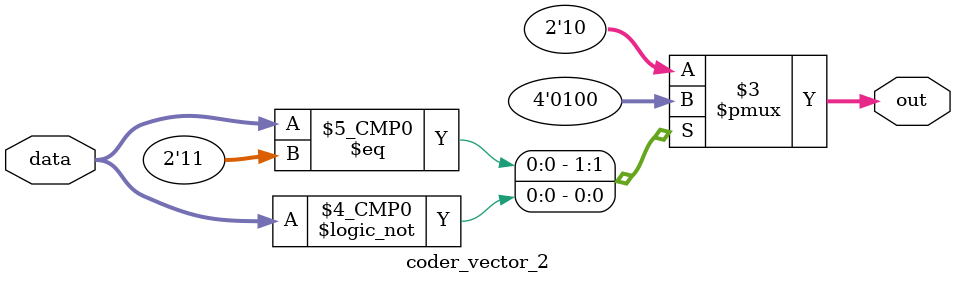
<source format=v>
module coder_vector_2 #(
	parameter data_a = 2'b11,
	parameter data_b = 2'b00
)(
	input [1:0] data,
	output reg [1:0] out
);




always @(*) begin
	case(data)
		data_a:
			out = 2'b01;
		data_b:	
			out = 2'b00;
		default:
			out = 2'b10;
	endcase
end






endmodule

</source>
